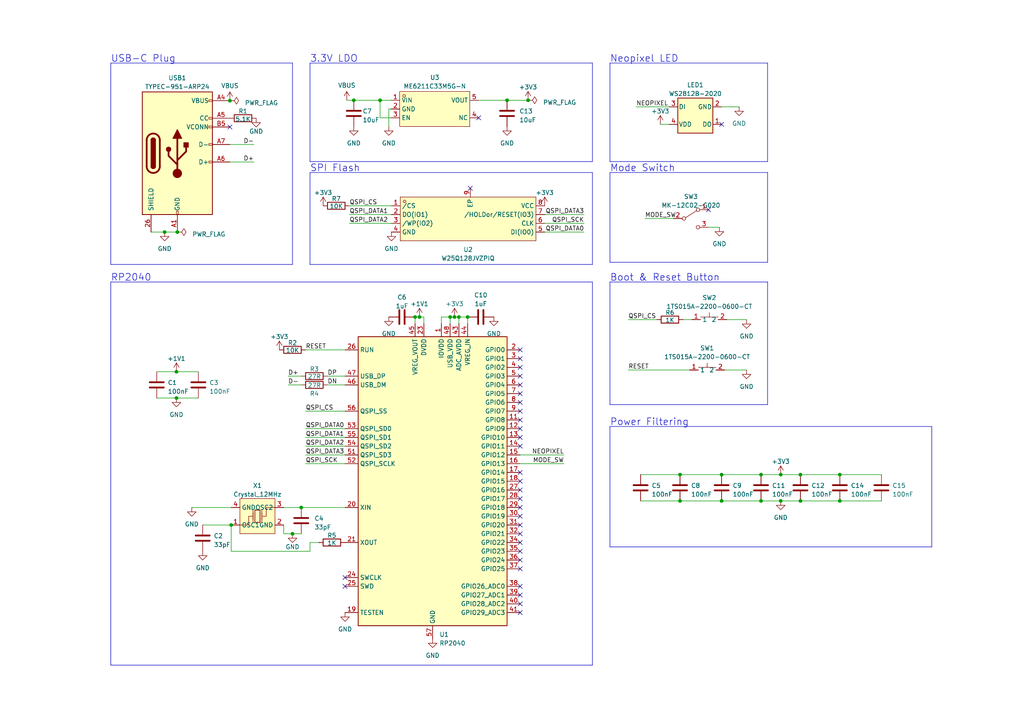
<source format=kicad_sch>
(kicad_sch (version 20230121) (generator eeschema)
  (paper "A4")
  (title_block (title "USB Nova RP2040") (date "2023-03-15") (rev "1") (company "Spacehuhn Technologies") (comment 1 "Designed with <3 by Stefan"))
  (lib_symbols
    (symbol "Device:C" (pin_numbers hide) (pin_names (offset 0.254))
      (property "Reference" "C" (at 0.635 2.54 0))
      (property "Value" "C" (at 0.635 -2.54 0))
      (symbol "C_0_1"
        (polyline (pts (xy -2.032 -0.762) (xy 2.032 -0.762)) (stroke (width 0.508)))
        (polyline (pts (xy -2.032 0.762) (xy 2.032 0.762)) (stroke (width 0.508)))
      )
      (symbol "C_1_1"
        (pin passive line (at 0 3.81 270) (length 2.794) (name "~") (number "1"))
        (pin passive line (at 0 -3.81 90) (length 2.794) (name "~") (number "2"))
      )
    )
    (symbol "Device:R" (pin_numbers hide) (pin_names (offset 0))
      (property "Reference" "R" (at 2.032 0 90))
      (property "Value" "R" (at 0 0 90))
      (symbol "R_0_1"
        (rectangle (start -1.016 -2.54) (end 1.016 2.54) (stroke (width 0.254)))
      )
      (symbol "R_1_1"
        (pin passive line (at 0 3.81 270) (length 1.27) (name "~") (number "1"))
        (pin passive line (at 0 -3.81 90) (length 1.27) (name "~") (number "2"))
      )
    )
    (symbol "_mykicadlib:Crystal_12MHz"
      (property "Reference" "X1" (at 0 8.89 0))
      (property "Value" "Crystal_12MHz" (at 0 6.35 0))
      (symbol "Crystal_12MHz_0_1"
        (rectangle (start -5.08 5.08) (end 5.08 -5.08) (fill (type background)))
        (polyline (pts (xy -1.27 -1.78) (xy -1.27 1.78)))
        (polyline (pts (xy -1.27 -1.02) (xy -1.27 1.02)))
        (polyline (pts (xy 0.76 -1.78) (xy -0.76 -1.78)))
        (polyline (pts (xy 1.27 -1.78) (xy 1.27 1.78)))
        (polyline (pts (xy 1.27 -1.02) (xy 1.27 1.02)))
        (polyline (pts (xy -5.08 -2.54) (xy -2.54 -2.54) (xy -2.54 0) (xy -1.52 0)))
        (polyline (pts (xy -0.76 -1.78) (xy -0.76 1.78) (xy 0.76 1.78) (xy 0.76 -1.78)))
        (polyline (pts (xy 5.08 2.54) (xy 2.54 2.54) (xy 2.54 0) (xy 1.52 0)))
        (polyline (pts (xy 0.76 1.78) (xy 0.76 -1.78) (xy -0.76 -1.78) (xy -0.76 1.78) (xy 0.76 1.78)) (fill (type background)))
        (pin unspecified line (at -7.62 -2.54 0) (length 2.54) (name "OSC1") (number "1"))
        (pin unspecified line (at 7.62 -2.54 180) (length 2.54) (name "GND") (number "2"))
        (pin unspecified line (at 7.62 2.54 180) (length 2.54) (name "OSC2") (number "3"))
        (pin unspecified line (at -7.62 2.54 0) (length 2.54) (name "GND") (number "4"))
      )
    )
    (symbol "_mykicadlib:ME6211C33M5G-N"
      (property "Reference" "U" (at 0 7.62 0))
      (property "Value" "ME6211C33M5G-N" (at 0 -7.62 0))
      (symbol "ME6211C33M5G-N_0_1"
        (rectangle (start -10.16 5.08) (end 10.16 -5.08) (fill (type background)))
        (circle (center -8.89 3.81) (radius 0.38))
        (pin unspecified line (at -12.7 2.54 0) (length 2.54) (name "VIN") (number "1"))
        (pin unspecified line (at -12.7 0 0) (length 2.54) (name "GND") (number "2"))
        (pin unspecified line (at -12.7 -2.54 0) (length 2.54) (name "EN") (number "3"))
        (pin unspecified line (at 12.7 -2.54 180) (length 2.54) (name "NC") (number "4"))
        (pin unspecified line (at 12.7 2.54 180) (length 2.54) (name "VOUT") (number "5"))
      )
    )
    (symbol "_mykicadlib:RP2040"
      (property "Reference" "U1" (at 1.9559 -44.704 0))
      (property "Value" "RP2040" (at 1.9559 -47.244 0))
      (symbol "RP2040_0_1"
        (rectangle (start -21.59 41.91) (end 21.59 -41.91) (stroke (width 0.254)) (fill (type background)))
      )
      (symbol "RP2040_1_1"
        (pin power_in line (at 2.54 45.72 270) (length 3.81) (name "IOVDD") (number "1"))
        (pin passive line (at 2.54 45.72 270) (length 3.81) hide (name "IOVDD") (number "10"))
        (pin bidirectional line (at 25.4 17.78 180) (length 3.81) (name "GPIO8") (number "11"))
        (pin bidirectional line (at 25.4 15.24 180) (length 3.81) (name "GPIO9") (number "12"))
        (pin bidirectional line (at 25.4 12.7 180) (length 3.81) (name "GPIO10") (number "13"))
        (pin bidirectional line (at 25.4 10.16 180) (length 3.81) (name "GPIO11") (number "14"))
        (pin bidirectional line (at 25.4 7.62 180) (length 3.81) (name "GPIO12") (number "15"))
        (pin bidirectional line (at 25.4 5.08 180) (length 3.81) (name "GPIO13") (number "16"))
        (pin bidirectional line (at 25.4 2.54 180) (length 3.81) (name "GPIO14") (number "17"))
        (pin bidirectional line (at 25.4 0 180) (length 3.81) (name "GPIO15") (number "18"))
        (pin input line (at -25.4 -38.1 0) (length 3.81) (name "TESTEN") (number "19"))
        (pin bidirectional line (at 25.4 38.1 180) (length 3.81) (name "GPIO0") (number "2"))
        (pin input line (at -25.4 -7.62 0) (length 3.81) (name "XIN") (number "20"))
        (pin passive line (at -25.4 -17.78 0) (length 3.81) (name "XOUT") (number "21"))
        (pin passive line (at 2.54 45.72 270) (length 3.81) hide (name "IOVDD") (number "22"))
        (pin power_in line (at -2.54 45.72 270) (length 3.81) (name "DVDD") (number "23"))
        (pin output line (at -25.4 -27.94 0) (length 3.81) (name "SWCLK") (number "24"))
        (pin bidirectional line (at -25.4 -30.48 0) (length 3.81) (name "SWD") (number "25"))
        (pin input line (at -25.4 38.1 0) (length 3.81) (name "RUN") (number "26"))
        (pin bidirectional line (at 25.4 -2.54 180) (length 3.81) (name "GPIO16") (number "27"))
        (pin bidirectional line (at 25.4 -5.08 180) (length 3.81) (name "GPIO17") (number "28"))
        (pin bidirectional line (at 25.4 -7.62 180) (length 3.81) (name "GPIO18") (number "29"))
        (pin bidirectional line (at 25.4 35.56 180) (length 3.81) (name "GPIO1") (number "3"))
        (pin bidirectional line (at 25.4 -10.16 180) (length 3.81) (name "GPIO19") (number "30"))
        (pin bidirectional line (at 25.4 -12.7 180) (length 3.81) (name "GPIO20") (number "31"))
        (pin bidirectional line (at 25.4 -15.24 180) (length 3.81) (name "GPIO21") (number "32"))
        (pin passive line (at 2.54 45.72 270) (length 3.81) hide (name "IOVDD") (number "33"))
        (pin bidirectional line (at 25.4 -17.78 180) (length 3.81) (name "GPIO22") (number "34"))
        (pin bidirectional line (at 25.4 -20.32 180) (length 3.81) (name "GPIO23") (number "35"))
        (pin bidirectional line (at 25.4 -22.86 180) (length 3.81) (name "GPIO24") (number "36"))
        (pin bidirectional line (at 25.4 -25.4 180) (length 3.81) (name "GPIO25") (number "37"))
        (pin bidirectional line (at 25.4 -30.48 180) (length 3.81) (name "GPIO26_ADC0") (number "38"))
        (pin bidirectional line (at 25.4 -33.02 180) (length 3.81) (name "GPIO27_ADC1") (number "39"))
        (pin bidirectional line (at 25.4 33.02 180) (length 3.81) (name "GPIO2") (number "4"))
        (pin bidirectional line (at 25.4 -35.56 180) (length 3.81) (name "GPIO28_ADC2") (number "40"))
        (pin bidirectional line (at 25.4 -38.1 180) (length 3.81) (name "GPIO29_ADC3") (number "41"))
        (pin passive line (at 2.54 45.72 270) (length 3.81) hide (name "IOVDD") (number "42"))
        (pin power_in line (at 7.62 45.72 270) (length 3.81) (name "ADC_AVDD") (number "43"))
        (pin power_in line (at 10.16 45.72 270) (length 3.81) (name "VREG_IN") (number "44"))
        (pin power_out line (at -5.08 45.72 270) (length 3.81) (name "VREG_VOUT") (number "45"))
        (pin bidirectional line (at -25.4 27.94 0) (length 3.81) (name "USB_DM") (number "46"))
        (pin bidirectional line (at -25.4 30.48 0) (length 3.81) (name "USB_DP") (number "47"))
        (pin power_in line (at 5.08 45.72 270) (length 3.81) (name "USB_VDD") (number "48"))
        (pin passive line (at 2.54 45.72 270) (length 3.81) hide (name "IOVDD") (number "49"))
        (pin bidirectional line (at 25.4 30.48 180) (length 3.81) (name "GPIO3") (number "5"))
        (pin passive line (at -2.54 45.72 270) (length 3.81) hide (name "DVDD") (number "50"))
        (pin bidirectional line (at -25.4 7.62 0) (length 3.81) (name "QSPI_SD3") (number "51"))
        (pin output line (at -25.4 5.08 0) (length 3.81) (name "QSPI_SCLK") (number "52"))
        (pin bidirectional line (at -25.4 15.24 0) (length 3.81) (name "QSPI_SD0") (number "53"))
        (pin bidirectional line (at -25.4 10.16 0) (length 3.81) (name "QSPI_SD2") (number "54"))
        (pin bidirectional line (at -25.4 12.7 0) (length 3.81) (name "QSPI_SD1") (number "55"))
        (pin bidirectional line (at -25.4 20.32 0) (length 3.81) (name "QSPI_SS") (number "56"))
        (pin power_in line (at 0 -45.72 90) (length 3.81) (name "GND") (number "57"))
        (pin bidirectional line (at 25.4 27.94 180) (length 3.81) (name "GPIO4") (number "6"))
        (pin bidirectional line (at 25.4 25.4 180) (length 3.81) (name "GPIO5") (number "7"))
        (pin bidirectional line (at 25.4 22.86 180) (length 3.81) (name "GPIO6") (number "8"))
        (pin bidirectional line (at 25.4 20.32 180) (length 3.81) (name "GPIO7") (number "9"))
      )
    )
    (symbol "_mykicadlib:SW_1TS015A-2200-0600-CT"
      (property "Reference" "SW1" (at 0 5.6048 0))
      (property "Value" "1TS015A-2200-0600-CT" (at 0 3.0679 0))
      (symbol "SW_1TS015A-2200-0600-CT_0_1"
        (polyline (pts (xy -5.08 0) (xy -3.048 0)))
        (polyline (pts (xy 0 2.032) (xy 0 0.762)))
        (polyline (pts (xy 2.54 0.762) (xy -2.54 0.762)))
        (polyline (pts (xy 5.08 0) (xy 2.794 0)))
        (pin unspecified line (at -5.08 0 0) (length 2.54) (name "1") (number "1"))
        (pin unspecified line (at 5.08 0 180) (length 2.54) (name "2") (number "2"))
      )
    )
    (symbol "_mykicadlib:SW_MK-12C02-G020" (pin_names (offset 0) hide)
      (property "Reference" "SW2" (at 0 7.239 0))
      (property "Value" "MK-12C02-G020" (at 0 4.9276 0))
      (symbol "SW_MK-12C02-G020_0_0"
        (circle (center -2.032 0) (radius 0.508))
        (circle (center 2.032 -2.54) (radius 0.508))
      )
      (symbol "SW_MK-12C02-G020_0_1"
        (polyline (pts (xy -1.524 0.254) (xy 1.651 2.286)))
        (circle (center 2.032 2.54) (radius 0.508))
      )
      (symbol "SW_MK-12C02-G020_1_1"
        (pin passive line (at 5.08 2.54 180) (length 2.54) (name "A") (number "1"))
        (pin passive line (at -5.08 0 0) (length 2.54) (name "B") (number "2"))
        (pin passive line (at 5.08 -2.54 180) (length 2.54) (name "C") (number "3"))
      )
    )
    (symbol "_mykicadlib:USB_C_Plug_USB2.0" (pin_names (offset 1.016))
      (property "Reference" "USB1" (at 3.2894 21.59 0))
      (property "Value" "TYPEC-951-ARP24" (at 3.2894 19.05 0))
      (symbol "USB_C_Plug_USB2.0_0_0"
        (rectangle (start -0.254 -17.78) (end 0.254 -16.764))
        (rectangle (start 10.16 -2.286) (end 9.144 -2.794))
        (rectangle (start 10.16 2.794) (end 9.144 2.286))
        (rectangle (start 10.16 7.874) (end 9.144 7.366))
        (rectangle (start 10.16 10.414) (end 9.144 9.906))
        (rectangle (start 10.16 15.494) (end 9.144 14.986))
      )
      (symbol "USB_C_Plug_USB2.0_0_1"
        (rectangle (start -10.16 17.78) (end 10.16 -17.78) (stroke (width 0.254)) (fill (type background)))
        (arc (start -8.89 -3.81) (mid -6.985 -5.7067) (end -5.08 -3.81) (stroke (width 0.508)))
        (arc (start -7.62 -3.81) (mid -6.985 -4.4423) (end -6.35 -3.81) (stroke (width 0.254)))
        (arc (start -7.62 -3.81) (mid -6.985 -4.4423) (end -6.35 -3.81) (stroke (width 0.254)) (fill (type outline)))
        (rectangle (start -7.62 -3.81) (end -6.35 3.81) (stroke (width 0.254)) (fill (type outline)))
        (arc (start -6.35 3.81) (mid -6.985 4.4423) (end -7.62 3.81) (stroke (width 0.254)))
        (arc (start -6.35 3.81) (mid -6.985 4.4423) (end -7.62 3.81) (stroke (width 0.254)) (fill (type outline)))
        (arc (start -5.08 3.81) (mid -6.985 5.7067) (end -8.89 3.81) (stroke (width 0.508)))
        (circle (center -2.54 1.143) (radius 0.635) (stroke (width 0.254)) (fill (type outline)))
        (circle (center 0 -5.842) (radius 1.27) (fill (type outline)))
        (polyline (pts (xy -8.89 -3.81) (xy -8.89 3.81)) (stroke (width 0.508)))
        (polyline (pts (xy -5.08 3.81) (xy -5.08 -3.81)) (stroke (width 0.508)))
        (polyline (pts (xy 0 -5.842) (xy 0 4.318)) (stroke (width 0.508)))
        (polyline (pts (xy 0 -3.302) (xy -2.54 -0.762) (xy -2.54 0.508)) (stroke (width 0.508)))
        (polyline (pts (xy 0 -2.032) (xy 2.54 0.508) (xy 2.54 1.778)) (stroke (width 0.508)))
        (polyline (pts (xy -1.27 4.318) (xy 0 6.858) (xy 1.27 4.318) (xy -1.27 4.318)) (stroke (width 0.254)) (fill (type outline)))
        (rectangle (start 1.905 1.778) (end 3.175 3.048) (stroke (width 0.254)) (fill (type outline)))
      )
      (symbol "USB_C_Plug_USB2.0_1_1"
        (pin passive line (at -7.62 -22.86 90) (length 5.08) hide (name "SHIELD") (number "25"))
        (pin passive line (at -7.62 -22.86 90) (length 5.08) (name "SHIELD") (number "26"))
        (pin passive line (at 0 -22.86 90) (length 5.08) (name "GND") (number "A1"))
        (pin passive line (at 0 -22.86 90) (length 5.08) hide (name "GND") (number "A12"))
        (pin passive line (at 15.24 15.24 180) (length 5.08) (name "VBUS") (number "A4"))
        (pin bidirectional line (at 15.24 10.16 180) (length 5.08) (name "CC") (number "A5"))
        (pin bidirectional line (at 15.24 -2.54 180) (length 5.08) (name "D+") (number "A6"))
        (pin bidirectional line (at 15.24 2.54 180) (length 5.08) (name "D-") (number "A7"))
        (pin passive line (at 15.24 15.24 180) (length 5.08) hide (name "VBUS") (number "A9"))
        (pin passive line (at 0 -22.86 90) (length 5.08) hide (name "GND") (number "B1"))
        (pin passive line (at 0 -22.86 90) (length 5.08) hide (name "GND") (number "B12"))
        (pin passive line (at 15.24 15.24 180) (length 5.08) hide (name "VBUS") (number "B4"))
        (pin bidirectional line (at 15.24 7.62 180) (length 5.08) (name "VCONN") (number "B5"))
        (pin passive line (at 15.24 15.24 180) (length 5.08) hide (name "VBUS") (number "B9"))
      )
    )
    (symbol "_mykicadlib:W25Q128JVZPIQ"
      (property "Reference" "U2" (at -0.635 -8.382 0))
      (property "Value" "W25Q128JVZPIQ" (at -0.635 -10.922 0))
      (symbol "W25Q128JVZPIQ_0_1"
        (rectangle (start -20.32 6.35) (end 19.05 -6.35) (fill (type background)))
        (circle (center -19.05 5.08) (radius 0.38))
        (pin unspecified line (at -22.86 3.81 0) (length 2.54) (name "/CS") (number "1"))
        (pin unspecified line (at -22.86 1.27 0) (length 2.54) (name "DO(IO1)") (number "2"))
        (pin unspecified line (at -22.86 -1.27 0) (length 2.54) (name "/WP(IO2)") (number "3"))
        (pin unspecified line (at -22.86 -3.81 0) (length 2.54) (name "GND") (number "4"))
        (pin unspecified line (at 21.59 -3.81 180) (length 2.54) (name "DI(IO0)") (number "5"))
        (pin unspecified line (at 21.59 -1.27 180) (length 2.54) (name "CLK") (number "6"))
        (pin unspecified line (at 21.59 1.27 180) (length 2.54) (name "/HOLDor/RESET(IO3)") (number "7"))
        (pin unspecified line (at 21.59 3.81 180) (length 2.54) (name "VCC") (number "8"))
        (pin unspecified line (at 0 8.89 270) (length 2.54) (name "EP") (number "9"))
      )
    )
    (symbol "_mykicadlib:WS2812B-2020" (pin_names (offset 0.254))
      (property "Reference" "LED1" (at 0 8.89 0))
      (property "Value" "WS2812B-2020" (at 0 6.35 0))
      (symbol "WS2812B-2020_0_1"
        (rectangle (start 5.08 5.08) (end -5.08 -5.08) (stroke (width 0.254)) (fill (type background)))
      )
      (symbol "WS2812B-2020_1_1"
        (pin output line (at 7.62 -2.54 180) (length 2.54) (name "DO") (number "1"))
        (pin power_in line (at 7.62 2.54 180) (length 2.54) (name "GND") (number "2"))
        (pin input line (at -7.62 2.54 0) (length 2.54) (name "DI") (number "3"))
        (pin power_in line (at -7.62 -2.54 0) (length 2.54) (name "VDD") (number "4"))
      )
    )
    (symbol "power:+1V1" (power) (pin_names (offset 0))
      (property "Value" "+1V1" (at 0 3.556 0))
      (symbol "+1V1_0_1"
        (polyline (pts (xy -0.762 1.27) (xy 0 2.54)))
        (polyline (pts (xy 0 0) (xy 0 2.54)))
        (polyline (pts (xy 0 2.54) (xy 0.762 1.27)))
      )
      (symbol "+1V1_1_1"
        (pin power_in line (at 0 0 90) (length 0) hide (name "+1V1") (number "1"))
      )
    )
    (symbol "power:+3V3" (power) (pin_names (offset 0))
      (property "Value" "+3V3" (at 0 3.556 0))
      (symbol "+3V3_0_1"
        (polyline (pts (xy -0.762 1.27) (xy 0 2.54)))
        (polyline (pts (xy 0 0) (xy 0 2.54)))
        (polyline (pts (xy 0 2.54) (xy 0.762 1.27)))
      )
      (symbol "+3V3_1_1"
        (pin power_in line (at 0 0 90) (length 0) hide (name "+3V3") (number "1"))
      )
    )
    (symbol "power:GND" (power) (pin_names (offset 0))
      (property "Value" "GND" (at 0 -3.81 0))
      (symbol "GND_0_1"
        (polyline (pts (xy 0 0) (xy 0 -1.27) (xy 1.27 -1.27) (xy 0 -2.54) (xy -1.27 -1.27) (xy 0 -1.27)))
      )
      (symbol "GND_1_1"
        (pin power_in line (at 0 0 270) (length 0) hide (name "GND") (number "1"))
      )
    )
    (symbol "power:PWR_FLAG" (power) (pin_numbers hide) (pin_names (offset 0) hide)
      (property "Value" "PWR_FLAG" (at 0 3.81 0))
      (symbol "PWR_FLAG_0_0"
        (pin power_out line (at 0 0 90) (length 0) (name "pwr") (number "1"))
      )
      (symbol "PWR_FLAG_0_1"
        (polyline (pts (xy 0 0) (xy 0 1.27) (xy -1.016 1.905) (xy 0 2.54) (xy 1.016 1.905) (xy 0 1.27)))
      )
    )
    (symbol "power:VBUS" (power) (pin_names (offset 0))
      (property "Value" "VBUS" (at 0 3.81 0))
      (symbol "VBUS_0_1"
        (polyline (pts (xy -0.762 1.27) (xy 0 2.54)))
        (polyline (pts (xy 0 0) (xy 0 2.54)))
        (polyline (pts (xy 0 2.54) (xy 0.762 1.27)))
      )
      (symbol "VBUS_1_1"
        (pin power_in line (at 0 0 90) (length 0) hide (name "VBUS") (number "1"))
      )
    )
  )
  (junction (at 67.056 152.273))
  (junction (at 120.396 91.948))
  (junction (at 84.836 154.813))
  (junction (at 197.231 137.668))
  (junction (at 226.441 137.668))
  (junction (at 135.636 91.948))
  (junction (at 197.231 145.288))
  (junction (at 209.296 137.668))
  (junction (at 131.826 91.948))
  (junction (at 220.726 145.288))
  (junction (at 133.096 91.948))
  (junction (at 147.066 29.083))
  (junction (at 87.376 147.193))
  (junction (at 130.556 91.948))
  (junction (at 243.586 137.668))
  (junction (at 232.156 137.668))
  (junction (at 47.752 67.31))
  (junction (at 110.236 29.083))
  (junction (at 232.156 145.288))
  (junction (at 226.441 145.288))
  (junction (at 51.435 67.31))
  (junction (at 51.181 115.443))
  (junction (at 153.162 29.083))
  (junction (at 66.675 29.21))
  (junction (at 51.181 107.823))
  (junction (at 220.726 137.668))
  (junction (at 243.586 145.288))
  (junction (at 121.666 91.948))
  (junction (at 209.296 145.288))
  (junction (at 102.616 29.083))
  (no_connect (at 150.876 159.893))
  (no_connect (at 150.876 129.413))
  (no_connect (at 150.876 157.353))
  (no_connect (at 150.876 164.973))
  (no_connect (at 150.876 101.473))
  (no_connect (at 150.876 152.273))
  (no_connect (at 150.876 114.173))
  (no_connect (at 150.876 119.253))
  (no_connect (at 150.876 149.733))
  (no_connect (at 150.876 154.813))
  (no_connect (at 150.876 106.553))
  (no_connect (at 66.675 36.83))
  (no_connect (at 138.811 34.163))
  (no_connect (at 150.876 142.113))
  (no_connect (at 150.876 139.573))
  (no_connect (at 205.486 60.833))
  (no_connect (at 209.296 36.068))
  (no_connect (at 150.876 124.333))
  (no_connect (at 150.876 147.193))
  (no_connect (at 150.876 162.433))
  (no_connect (at 150.876 177.673))
  (no_connect (at 150.876 121.793))
  (no_connect (at 150.876 109.093))
  (no_connect (at 150.876 111.633))
  (no_connect (at 150.876 137.033))
  (no_connect (at 150.876 170.053))
  (no_connect (at 150.876 175.133))
  (no_connect (at 150.876 144.653))
  (no_connect (at 150.876 104.013))
  (no_connect (at 100.076 167.513))
  (no_connect (at 150.876 126.873))
  (no_connect (at 136.398 54.61))
  (no_connect (at 150.876 116.713))
  (no_connect (at 150.876 172.593))
  (no_connect (at 100.076 170.053))
  (wire (pts (xy 157.988 62.23) (xy 169.418 62.23)))
  (wire (pts (xy 133.096 93.853) (xy 133.096 91.948)))
  (wire (pts (xy 131.826 91.948) (xy 130.556 91.948)))
  (wire (pts (xy 187.071 63.373) (xy 195.326 63.373)))
  (polyline (pts (xy 176.911 18.288) (xy 222.631 18.288)))
  (wire (pts (xy 182.245 107.315) (xy 200.025 107.315)))
  (wire (pts (xy 94.996 111.633) (xy 100.076 111.633)))
  (polyline (pts (xy 176.911 123.698) (xy 270.256 123.698)))
  (polyline (pts (xy 222.631 76.073) (xy 222.631 50.038)))
  (wire (pts (xy 83.566 111.633) (xy 87.376 111.633)))
  (polyline (pts (xy 270.256 158.623) (xy 270.256 123.698)))
  (polyline (pts (xy 171.831 50.038) (xy 171.831 76.708)))
  (polyline (pts (xy 171.831 46.863) (xy 171.831 18.288)))
  (wire (pts (xy 51.181 107.823) (xy 57.531 107.823)))
  (polyline (pts (xy 32.131 18.288) (xy 32.131 76.708)))
  (polyline (pts (xy 176.911 76.073) (xy 222.631 76.073)))
  (polyline (pts (xy 176.911 81.788) (xy 176.911 117.348)))
  (wire (pts (xy 67.056 159.893) (xy 67.056 152.273)))
  (wire (pts (xy 147.066 29.083) (xy 153.162 29.083)))
  (polyline (pts (xy 176.911 50.038) (xy 176.911 76.073)))
  (wire (pts (xy 101.346 59.69) (xy 113.538 59.69)))
  (wire (pts (xy 209.296 137.668) (xy 220.726 137.668)))
  (wire (pts (xy 150.876 131.953) (xy 163.576 131.953)))
  (wire (pts (xy 210.185 107.315) (xy 216.535 107.315)))
  (wire (pts (xy 121.666 91.948) (xy 122.936 91.948)))
  (wire (pts (xy 197.231 137.668) (xy 209.296 137.668)))
  (wire (pts (xy 87.376 147.193) (xy 100.076 147.193)))
  (wire (pts (xy 157.988 64.77) (xy 169.418 64.77)))
  (wire (pts (xy 226.441 145.288) (xy 232.156 145.288)))
  (wire (pts (xy 87.376 154.813) (xy 84.836 154.813)))
  (wire (pts (xy 130.556 91.948) (xy 128.016 91.948)))
  (wire (pts (xy 122.936 93.853) (xy 122.936 91.948)))
  (polyline (pts (xy 89.916 50.038) (xy 89.916 76.708)))
  (polyline (pts (xy 176.911 18.288) (xy 176.911 46.863)))
  (wire (pts (xy 88.646 124.333) (xy 100.076 124.333)))
  (wire (pts (xy 88.646 101.473) (xy 100.076 101.473)))
  (wire (pts (xy 232.156 137.668) (xy 243.586 137.668)))
  (wire (pts (xy 89.916 159.893) (xy 67.056 159.893)))
  (wire (pts (xy 55.626 147.193) (xy 67.056 147.193)))
  (polyline (pts (xy 32.131 192.913) (xy 171.831 192.913)))
  (wire (pts (xy 157.988 67.31) (xy 169.418 67.31)))
  (wire (pts (xy 43.815 67.31) (xy 47.752 67.31)))
  (wire (pts (xy 66.675 41.91) (xy 73.66 41.91)))
  (wire (pts (xy 110.236 29.083) (xy 113.411 29.083)))
  (wire (pts (xy 197.231 145.288) (xy 209.296 145.288)))
  (polyline (pts (xy 32.131 18.288) (xy 84.836 18.288)))
  (wire (pts (xy 45.466 107.823) (xy 51.181 107.823)))
  (wire (pts (xy 130.556 91.948) (xy 130.556 93.853)))
  (polyline (pts (xy 89.916 18.288) (xy 171.831 18.288)))
  (wire (pts (xy 243.586 137.668) (xy 255.651 137.668)))
  (polyline (pts (xy 176.911 50.038) (xy 222.631 50.038)))
  (wire (pts (xy 58.801 152.273) (xy 67.056 152.273)))
  (wire (pts (xy 47.752 67.31) (xy 51.435 67.31)))
  (wire (pts (xy 102.616 29.083) (xy 110.236 29.083)))
  (wire (pts (xy 133.096 91.948) (xy 135.636 91.948)))
  (wire (pts (xy 120.396 93.853) (xy 120.396 91.948)))
  (wire (pts (xy 89.916 157.353) (xy 89.916 159.893)))
  (wire (pts (xy 45.466 115.443) (xy 51.181 115.443)))
  (wire (pts (xy 88.646 119.253) (xy 100.076 119.253)))
  (wire (pts (xy 191.516 36.068) (xy 194.056 36.068)))
  (polyline (pts (xy 176.911 81.788) (xy 222.631 81.788)))
  (wire (pts (xy 113.411 31.623) (xy 112.776 31.623)))
  (polyline (pts (xy 171.831 76.708) (xy 89.916 76.708)))
  (wire (pts (xy 82.296 154.813) (xy 82.296 152.273)))
  (wire (pts (xy 198.12 92.71) (xy 200.66 92.71)))
  (wire (pts (xy 100.584 29.083) (xy 102.616 29.083)))
  (wire (pts (xy 226.441 137.668) (xy 232.156 137.668)))
  (wire (pts (xy 184.531 30.988) (xy 194.056 30.988)))
  (polyline (pts (xy 171.831 81.788) (xy 32.131 81.788)))
  (polyline (pts (xy 176.911 158.623) (xy 270.256 158.623)))
  (wire (pts (xy 150.876 134.493) (xy 163.576 134.493)))
  (wire (pts (xy 94.996 109.093) (xy 100.076 109.093)))
  (wire (pts (xy 113.411 34.163) (xy 110.236 34.163)))
  (wire (pts (xy 112.776 31.623) (xy 112.776 36.703)))
  (polyline (pts (xy 176.911 123.698) (xy 176.911 158.623)))
  (wire (pts (xy 101.346 62.23) (xy 113.538 62.23)))
  (polyline (pts (xy 176.911 46.863) (xy 222.631 46.863)))
  (polyline (pts (xy 176.911 117.348) (xy 222.631 117.348)))
  (wire (pts (xy 133.096 91.948) (xy 131.826 91.948)))
  (wire (pts (xy 82.296 147.193) (xy 87.376 147.193)))
  (wire (pts (xy 88.646 129.413) (xy 100.076 129.413)))
  (polyline (pts (xy 32.131 81.788) (xy 32.131 192.913)))
  (polyline (pts (xy 89.916 46.863) (xy 171.831 46.863)))
  (wire (pts (xy 110.236 34.163) (xy 110.236 29.083)))
  (wire (pts (xy 66.675 46.99) (xy 73.66 46.99)))
  (wire (pts (xy 185.801 137.668) (xy 197.231 137.668)))
  (wire (pts (xy 92.456 157.353) (xy 89.916 157.353)))
  (polyline (pts (xy 89.916 50.038) (xy 171.831 50.038)))
  (wire (pts (xy 182.245 92.71) (xy 190.5 92.71)))
  (wire (pts (xy 205.486 65.913) (xy 208.661 65.913)))
  (polyline (pts (xy 89.916 18.288) (xy 89.916 46.863)))
  (wire (pts (xy 84.836 154.813) (xy 82.296 154.813)))
  (polyline (pts (xy 171.831 81.788) (xy 171.831 192.913)))
  (wire (pts (xy 128.016 91.948) (xy 128.016 93.853)))
  (wire (pts (xy 135.636 93.853) (xy 135.636 91.948)))
  (wire (pts (xy 210.82 92.71) (xy 216.535 92.71)))
  (polyline (pts (xy 84.836 76.708) (xy 84.836 18.288)))
  (wire (pts (xy 209.296 145.288) (xy 220.726 145.288)))
  (wire (pts (xy 120.396 91.948) (xy 121.666 91.948)))
  (wire (pts (xy 88.646 126.873) (xy 100.076 126.873)))
  (polyline (pts (xy 222.631 46.863) (xy 222.631 18.288)))
  (wire (pts (xy 83.566 109.093) (xy 87.376 109.093)))
  (polyline (pts (xy 222.631 117.348) (xy 222.631 81.788)))
  (wire (pts (xy 220.726 145.288) (xy 226.441 145.288)))
  (wire (pts (xy 185.801 145.288) (xy 197.231 145.288)))
  (wire (pts (xy 220.726 137.668) (xy 226.441 137.668)))
  (wire (pts (xy 232.156 145.288) (xy 243.586 145.288)))
  (wire (pts (xy 51.181 115.443) (xy 57.531 115.443)))
  (wire (pts (xy 88.646 134.493) (xy 100.076 134.493)))
  (wire (pts (xy 138.811 29.083) (xy 147.066 29.083)))
  (wire (pts (xy 209.296 30.988) (xy 214.376 30.988)))
  (polyline (pts (xy 32.131 76.708) (xy 84.836 76.708)))
  (wire (pts (xy 101.346 64.77) (xy 113.538 64.77)))
  (wire (pts (xy 243.586 145.288) (xy 255.651 145.288)))
  (wire (pts (xy 88.646 131.953) (xy 100.076 131.953)))
  (text "USB-C Plug" (at 32.131 18.288 0) (effects (font (size 2 2)) (justify left bottom)))
  (text "SPI Flash" (at 89.916 50.038 0) (effects (font (size 2 2)) (justify left bottom)))
  (text "Neopixel LED" (at 176.911 18.288 0) (effects (font (size 2 2)) (justify left bottom)))
  (text "Power Filtering" (at 176.911 123.698 0) (effects (font (size 2 2)) (justify left bottom)))
  (text "Mode Switch" (at 176.911 50.038 0) (effects (font (size 2 2)) (justify left bottom)))
  (text "RP2040" (at 32.131 81.788 0) (effects (font (size 2 2)) (justify left bottom)))
  (text "3.3V LDO" (at 89.916 18.288 0) (effects (font (size 2 2)) (justify left bottom)))
  (text "Boot & Reset Button" (at 176.911 81.788 0) (effects (font (size 2 2)) (justify left bottom)))
  (label "QSPI_CS" (at 101.346 59.69 0))
  (label "MODE_SW" (at 187.071 63.373 0))
  (label "MODE_SW" (at 163.576 134.493 180))
  (label "QSPI_DATA0" (at 169.418 67.31 180))
  (label "QSPI_DATA3" (at 88.646 131.953 0))
  (label "D-" (at 83.566 111.633 0))
  (label "RESET" (at 182.245 107.315 0))
  (label "DP" (at 94.996 109.093 0))
  (label "D+" (at 83.566 109.093 0))
  (label "QSPI_SCK" (at 169.418 64.77 180))
  (label "D-" (at 73.66 41.91 180))
  (label "NEOPIXEL" (at 163.576 131.953 180))
  (label "QSPI_SCK" (at 88.646 134.493 0))
  (label "QSPI_DATA1" (at 101.346 62.23 0))
  (label "QSPI_DATA3" (at 169.418 62.23 180))
  (label "RESET" (at 88.646 101.473 0))
  (label "NEOPIXEL" (at 184.531 30.988 0))
  (label "QSPI_DATA1" (at 88.646 126.873 0))
  (label "QSPI_DATA2" (at 101.346 64.77 0))
  (label "DN" (at 94.996 111.633 0))
  (label "QSPI_DATA2" (at 88.646 129.413 0))
  (label "QSPI_CS" (at 182.245 92.71 0))
  (label "QSPI_CS" (at 88.646 119.253 0))
  (label "QSPI_DATA0" (at 88.646 124.333 0))
  (label "D+" (at 73.66 46.99 180))
  (symbol (lib_id "power:+1V1") (at 51.181 107.823 0) (unit 1)
    (property "Reference" "#PWR08" (effects hide))
    (property "Value" "+1V1" (at 51.181 104.013 0))
  )
  (symbol (lib_id "Device:C") (at 209.296 141.478 0) (unit 1)
    (property "Reference" "C9" (at 212.471 140.843 0) (effects (justify left)))
    (property "Value" "100nF" (at 212.471 143.383 0) (effects (justify left)))
    (property "Footprint" "Capacitor_SMD:C_0402_1005Metric" (effects hide))
  )
  (symbol (lib_id "power:GND") (at 113.538 67.31 0) (unit 1)
    (property "Reference" "#PWR033" (effects hide))
    (property "Value" "GND" (at 113.538 72.136 0))
  )
  (symbol (lib_id "power:GND") (at 55.626 147.193 0) (unit 1)
    (property "Reference" "#PWR05" (effects hide))
    (property "Value" "GND" (at 55.626 152.019 0))
  )
  (symbol (lib_id "power:GND") (at 214.376 30.988 0) (unit 1)
    (property "Reference" "#PWR035" (effects hide))
    (property "Value" "GND" (at 214.376 35.814 0))
  )
  (symbol (lib_id "_mykicadlib:SW_1TS015A-2200-0600-CT") (at 205.74 92.71 0) (unit 1)
    (property "Reference" "SW2" (at 205.74 86.36 0))
    (property "Value" "1TS015A-2200-0600-CT" (at 205.74 88.9 0))
    (property "Footprint" "_mykicadlib:SW-SMD_L3.0-W2.0-LS3.5" (effects hide))
    (property "Datasheet" "https://lcsc.com/product-detail/New-Arrivals_HYP-Hongyuan-Precision-1TS015A-2200-0600-CT_C398748.html" (effects hide))
    (property "MPN" "C398748" (effects hide))
  )
  (symbol (lib_id "Device:C") (at 139.446 91.948 90) (unit 1)
    (property "Reference" "C10" (at 139.446 85.598 90))
    (property "Value" "1uF" (at 139.446 88.138 90))
    (property "Footprint" "Capacitor_SMD:C_0603_1608Metric" (effects hide))
  )
  (symbol (lib_id "power:GND") (at 226.441 145.288 0) (unit 1)
    (property "Reference" "#PWR027" (effects hide))
    (property "Value" "GND" (at 226.441 150.114 0))
  )
  (symbol (lib_id "power:+3V3") (at 226.441 137.668 0) (unit 1)
    (property "Reference" "#PWR026" (effects hide))
    (property "Value" "+3V3" (at 226.441 133.858 0))
  )
  (symbol (lib_id "Device:C") (at 243.586 141.478 0) (unit 1)
    (property "Reference" "C14" (at 246.761 140.843 0) (effects (justify left)))
    (property "Value" "100nF" (at 246.761 143.383 0) (effects (justify left)))
    (property "Footprint" "Capacitor_SMD:C_0402_1005Metric" (effects hide))
  )
  (symbol (lib_id "_mykicadlib:SW_1TS015A-2200-0600-CT") (at 205.105 107.315 0) (unit 1)
    (property "Reference" "SW1" (at 205.105 100.965 0))
    (property "Value" "1TS015A-2200-0600-CT" (at 205.105 103.505 0))
    (property "Footprint" "_mykicadlib:SW-SMD_L3.0-W2.0-LS3.5" (effects hide))
    (property "Datasheet" "https://lcsc.com/product-detail/New-Arrivals_HYP-Hongyuan-Precision-1TS015A-2200-0600-CT_C398748.html" (effects hide))
    (property "MPN" "C398748" (effects hide))
  )
  (symbol (lib_id "power:GND") (at 51.181 115.443 0) (unit 1)
    (property "Reference" "#PWR09" (effects hide))
    (property "Value" "GND" (at 51.181 120.269 0))
  )
  (symbol (lib_id "Device:R") (at 91.186 109.093 90) (unit 1)
    (property "Reference" "R3" (at 91.186 107.061 90))
    (property "Value" "27R" (at 91.186 109.22 90))
    (property "Footprint" "Resistor_SMD:R_0402_1005Metric" (effects hide))
    (property "MPN" "C2909343" (effects hide))
  )
  (symbol (lib_id "power:PWR_FLAG") (at 153.162 29.083 270) (unit 1)
    (property "Reference" "#FLG03" (effects hide))
    (property "Value" "PWR_FLAG" (at 157.48 29.718 90) (effects (justify left)))
  )
  (symbol (lib_id "Device:C") (at 58.801 156.083 0) (unit 1)
    (property "Reference" "C2" (at 61.976 155.448 0) (effects (justify left)))
    (property "Value" "33pF" (at 61.976 157.988 0) (effects (justify left)))
    (property "Footprint" "Capacitor_SMD:C_0402_1005Metric" (effects hide))
  )
  (symbol (lib_id "power:GND") (at 58.801 159.893 0) (unit 1)
    (property "Reference" "#PWR07" (effects hide))
    (property "Value" "GND" (at 58.801 164.719 0))
  )
  (symbol (lib_id "Device:C") (at 102.616 32.893 180) (unit 1)
    (property "Reference" "C7" (at 105.156 32.258 0) (effects (justify right)))
    (property "Value" "10uF" (at 105.156 34.798 0) (effects (justify right)))
    (property "Footprint" "Capacitor_SMD:C_0603_1608Metric" (effects hide))
  )
  (symbol (lib_id "Device:C") (at 197.231 141.478 0) (unit 1)
    (property "Reference" "C8" (at 200.406 140.843 0) (effects (justify left)))
    (property "Value" "100nF" (at 200.406 143.383 0) (effects (justify left)))
    (property "Footprint" "Capacitor_SMD:C_0402_1005Metric" (effects hide))
  )
  (symbol (lib_id "Device:R") (at 91.186 111.633 90) (unit 1)
    (property "Reference" "R4" (at 91.186 114.173 90))
    (property "Value" "27R" (at 91.186 111.76 90))
    (property "Footprint" "Resistor_SMD:R_0402_1005Metric" (effects hide))
    (property "MPN" "C2909343" (effects hide))
  )
  (symbol (lib_id "power:GND") (at 147.066 36.703 0) (unit 1)
    (property "Reference" "#PWR028" (effects hide))
    (property "Value" "GND" (at 147.066 41.529 0))
  )
  (symbol (lib_id "_mykicadlib:W25Q128JVZPIQ") (at 136.398 63.5 0) (unit 1)
    (property "Reference" "U2" (at 135.763 72.39 0))
    (property "Value" "W25Q128JVZPIQ" (at 135.763 74.93 0))
    (property "Footprint" "_mykicadlib:WSON-8_L6.0-W5.0-P1.27-BL-EP" (effects hide))
    (property "Datasheet" "https://lcsc.com/product-detail/FLASH_Winbond-Elec-W25Q32JVZPIQ_C571260.html" (effects hide))
    (property "MPN" "C190862" (effects hide))
  )
  (symbol (lib_id "power:+1V1") (at 121.666 91.948 0) (unit 1)
    (property "Reference" "#PWR020" (effects hide))
    (property "Value" "+1V1" (at 121.666 88.138 0))
  )
  (symbol (lib_id "Device:C") (at 147.066 32.893 0) (unit 1)
    (property "Reference" "C13" (at 150.622 32.258 0) (effects (justify left)))
    (property "Value" "10uF" (at 150.622 34.798 0) (effects (justify left)))
    (property "Footprint" "Capacitor_SMD:C_0603_1608Metric" (effects hide))
  )
  (symbol (lib_id "Device:C") (at 232.156 141.478 0) (unit 1)
    (property "Reference" "C12" (at 235.331 140.843 0) (effects (justify left)))
    (property "Value" "100nF" (at 235.331 143.383 0) (effects (justify left)))
    (property "Footprint" "Capacitor_SMD:C_0402_1005Metric" (effects hide))
  )
  (symbol (lib_id "power:GND") (at 84.836 154.813 0) (unit 1)
    (property "Reference" "#PWR013" (effects hide))
    (property "Value" "GND" (at 84.836 158.623 0))
  )
  (symbol (lib_id "power:GND") (at 216.535 107.315 0) (unit 1)
    (property "Reference" "#PWR030" (effects hide))
    (property "Value" "GND" (at 216.535 112.141 0))
  )
  (symbol (lib_id "_mykicadlib:SW_MK-12C02-G020") (at 200.406 63.373 0) (unit 1)
    (property "Reference" "SW3" (at 200.406 57.023 0))
    (property "Value" "MK-12C02-G020" (at 200.406 59.563 0))
    (property "Footprint" "_mykicadlib:SW_MK-12C02-G020" (effects hide))
    (property "MPN" "C963206" (effects hide))
  )
  (symbol (lib_id "power:GND") (at 74.295 34.29 0) (unit 1)
    (property "Reference" "#PWR01" (effects hide))
    (property "Value" "GND" (at 74.295 38.1 0))
  )
  (symbol (lib_id "Device:R") (at 96.266 157.353 90) (unit 1)
    (property "Reference" "R5" (at 96.266 155.321 90))
    (property "Value" "1K" (at 96.266 157.48 90))
    (property "Footprint" "Resistor_SMD:R_0402_1005Metric" (effects hide))
  )
  (symbol (lib_id "power:GND") (at 143.256 91.948 0) (unit 1)
    (property "Reference" "#PWR025" (effects hide))
    (property "Value" "GND" (at 143.256 96.774 0))
  )
  (symbol (lib_id "power:VBUS") (at 100.584 29.083 0) (unit 1)
    (property "Reference" "#PWR019" (effects hide))
    (property "Value" "VBUS" (at 100.584 24.765 0))
  )
  (symbol (lib_id "power:GND") (at 102.616 36.703 0) (unit 1)
    (property "Reference" "#PWR021" (effects hide))
    (property "Value" "GND" (at 102.616 41.529 0))
  )
  (symbol (lib_id "_mykicadlib:USB_C_Plug_USB2.0") (at 51.435 44.45 0) (unit 1)
    (property "Reference" "USB1" (at 51.435 22.606 0))
    (property "Value" "TYPEC-951-ARP24" (at 51.435 25.146 0))
    (property "Footprint" "_mykicadlib:USB-C-SMD_TYPEC-951-ARP24" (effects hide))
    (property "Datasheet" "https://datasheet.lcsc.com/lcsc/2108150030_XUNPU-TYPEC-951-ARP24_C2856663.pdf" (effects hide))
    (property "MPN" "C2856663" (effects hide))
    (property "alternative" "C530607" (effects hide))
  )
  (symbol (lib_id "Device:C") (at 185.801 141.478 0) (unit 1)
    (property "Reference" "C5" (at 188.976 140.843 0) (effects (justify left)))
    (property "Value" "100nF" (at 188.976 143.383 0) (effects (justify left)))
    (property "Footprint" "Capacitor_SMD:C_0402_1005Metric" (effects hide))
  )
  (symbol (lib_id "power:VBUS") (at 66.675 29.21 0) (unit 1)
    (property "Reference" "#PWR03" (effects hide))
    (property "Value" "VBUS" (at 66.675 24.892 0))
  )
  (symbol (lib_id "power:GND") (at 100.076 177.673 0) (unit 1)
    (property "Reference" "#PWR017" (effects hide))
    (property "Value" "GND" (at 100.076 182.499 0))
  )
  (symbol (lib_id "Device:R") (at 97.536 59.69 90) (unit 1)
    (property "Reference" "R7" (at 97.536 57.658 90))
    (property "Value" "10K" (at 97.536 59.817 90))
    (property "Footprint" "Resistor_SMD:R_0402_1005Metric" (effects hide))
  )
  (symbol (lib_id "_mykicadlib:WS2812B-2020") (at 201.676 33.528 0) (unit 1)
    (property "Reference" "LED1" (at 201.676 24.638 0))
    (property "Value" "WS2812B-2020" (at 201.676 27.178 0))
    (property "Footprint" "_mykicadlib:LED-SMD_4P-L2.0-W2.0-TL_WS2812B-2020" (effects hide))
    (property "Datasheet" "https://datasheet.lcsc.com/lcsc/2012110135_Worldsemi-WS2812B-2020_C965555.pdf" (effects hide))
    (property "MPN" "C965555" (effects hide))
    (property "Part#" "WS2812B-2020" (effects hide))
  )
  (symbol (lib_id "power:+3V3") (at 191.516 36.068 0) (unit 1)
    (property "Reference" "#PWR034" (effects hide))
    (property "Value" "+3V3" (at 191.516 32.258 0))
  )
  (symbol (lib_id "_mykicadlib:ME6211C33M5G-N") (at 126.111 31.623 0) (unit 1)
    (property "Reference" "U3" (at 126.111 22.479 0))
    (property "Value" "ME6211C33M5G-N" (at 126.111 25.019 0))
    (property "Footprint" "_mykicadlib:SOT-25-5_ME6211C33M5G" (effects hide))
    (property "Datasheet" "https://lcsc.com/product-detail/Low-Dropout-Regulators-LDO_DIODES_AP2112K-3-3TRG1_AP2112K-3-3TRG1_C51118.html" (effects hide))
    (property "MPN" "C82942" (effects hide))
  )
  (symbol (lib_id "power:+3V3") (at 131.826 91.948 0) (unit 1)
    (property "Reference" "#PWR024" (effects hide))
    (property "Value" "+3V3" (at 131.826 88.138 0))
  )
  (symbol (lib_id "Device:C") (at 255.651 141.478 0) (unit 1)
    (property "Reference" "C15" (at 258.826 140.843 0) (effects (justify left)))
    (property "Value" "100nF" (at 258.826 143.383 0) (effects (justify left)))
    (property "Footprint" "Capacitor_SMD:C_0402_1005Metric" (effects hide))
  )
  (symbol (lib_id "power:+3V3") (at 93.726 59.69 0) (unit 1)
    (property "Reference" "#PWR032" (effects hide))
    (property "Value" "+3V3" (at 93.726 55.88 0))
  )
  (symbol (lib_id "power:PWR_FLAG") (at 66.675 29.21 270) (unit 1)
    (property "Reference" "#FLG04" (effects hide))
    (property "Value" "PWR_FLAG" (at 70.993 29.845 90) (effects (justify left)))
  )
  (symbol (lib_id "Device:C") (at 45.466 111.633 0) (unit 1)
    (property "Reference" "C1" (at 48.641 110.998 0) (effects (justify left)))
    (property "Value" "100nF" (at 48.641 113.538 0) (effects (justify left)))
    (property "Footprint" "Capacitor_SMD:C_0402_1005Metric" (effects hide))
  )
  (symbol (lib_id "power:GND") (at 112.776 91.948 0) (unit 1)
    (property "Reference" "#PWR018" (effects hide))
    (property "Value" "GND" (at 112.776 96.774 0))
  )
  (symbol (lib_id "power:GND") (at 208.661 65.913 0) (unit 1)
    (property "Reference" "#PWR037" (effects hide))
    (property "Value" "GND" (at 208.661 70.739 0))
  )
  (symbol (lib_id "power:+3V3") (at 81.026 101.473 0) (unit 1)
    (property "Reference" "#PWR012" (effects hide))
    (property "Value" "+3V3" (at 81.026 97.663 0))
  )
  (symbol (lib_id "Device:R") (at 84.836 101.473 90) (unit 1)
    (property "Reference" "R2" (at 84.836 99.441 90))
    (property "Value" "10K" (at 84.836 101.6 90))
    (property "Footprint" "Resistor_SMD:R_0402_1005Metric" (effects hide))
  )
  (symbol (lib_id "Device:R") (at 194.31 92.71 90) (unit 1)
    (property "Reference" "R6" (at 194.31 90.678 90))
    (property "Value" "1K" (at 194.31 92.837 90))
    (property "Footprint" "Resistor_SMD:R_0402_1005Metric" (effects hide))
  )
  (symbol (lib_id "Device:C") (at 220.726 141.478 0) (unit 1)
    (property "Reference" "C11" (at 223.901 140.843 0) (effects (justify left)))
    (property "Value" "100nF" (at 223.901 143.383 0) (effects (justify left)))
    (property "Footprint" "Capacitor_SMD:C_0402_1005Metric" (effects hide))
  )
  (symbol (lib_id "Device:C") (at 116.586 91.948 90) (unit 1)
    (property "Reference" "C6" (at 116.586 86.233 90))
    (property "Value" "1uF" (at 116.586 88.773 90))
    (property "Footprint" "Capacitor_SMD:C_0603_1608Metric" (effects hide))
  )
  (symbol (lib_id "Device:R") (at 70.485 34.29 90) (unit 1)
    (property "Reference" "R1" (at 70.485 32.258 90))
    (property "Value" "5.1K" (at 70.485 34.544 90))
    (property "Footprint" "Resistor_SMD:R_0402_1005Metric" (effects hide))
  )
  (symbol (lib_id "Device:C") (at 57.531 111.633 0) (unit 1)
    (property "Reference" "C3" (at 60.706 110.998 0) (effects (justify left)))
    (property "Value" "100nF" (at 60.706 113.538 0) (effects (justify left)))
    (property "Footprint" "Capacitor_SMD:C_0402_1005Metric" (effects hide))
  )
  (symbol (lib_id "power:GND") (at 125.476 185.293 0) (unit 1)
    (property "Reference" "#PWR022" (effects hide))
    (property "Value" "GND" (at 125.476 190.119 0))
  )
  (symbol (lib_id "power:+3V3") (at 153.162 29.083 0) (unit 1)
    (property "Reference" "#PWR029" (effects hide))
    (property "Value" "+3V3" (at 153.162 25.273 0))
  )
  (symbol (lib_id "_mykicadlib:RP2040") (at 125.476 139.573 0) (unit 1)
    (property "Reference" "U1" (at 127.4319 184.023 0) (effects (justify left)))
    (property "Value" "RP2040" (at 127.4319 186.563 0) (effects (justify left)))
    (property "Footprint" "Package_DFN_QFN:QFN-56-1EP_7x7mm_P0.4mm_EP3.2x3.2mm" (effects hide))
    (property "Datasheet" "https://datasheets.raspberrypi.com/rp2040/rp2040-datasheet.pdf" (effects hide))
    (property "MPN" "C2040" (effects hide))
  )
  (symbol (lib_id "power:GND") (at 216.535 92.71 0) (unit 1)
    (property "Reference" "#PWR031" (effects hide))
    (property "Value" "GND" (at 216.535 97.536 0))
  )
  (symbol (lib_id "power:GND") (at 112.776 36.703 0) (unit 1)
    (property "Reference" "#PWR023" (effects hide))
    (property "Value" "GND" (at 112.776 41.529 0))
  )
  (symbol (lib_id "power:+3V3") (at 157.988 59.69 0) (unit 1)
    (property "Reference" "#PWR038" (effects hide))
    (property "Value" "+3V3" (at 157.988 55.88 0))
  )
  (symbol (lib_id "power:PWR_FLAG") (at 51.435 67.31 270) (unit 1)
    (property "Reference" "#FLG01" (effects hide))
    (property "Value" "PWR_FLAG" (at 55.753 67.945 90) (effects (justify left)))
  )
  (symbol (lib_id "_mykicadlib:Crystal_12MHz") (at 74.676 149.733 0) (unit 1)
    (property "Reference" "X1" (at 74.676 140.843 0))
    (property "Value" "Crystal_12MHz" (at 74.676 143.383 0))
    (property "Footprint" "_mykicadlib:OSC-SMD_4P-L3.2-W2.5-BL" (effects hide))
    (property "Datasheet" "https://lcsc.com/product-detail/SMD-Crystals_YSX321SL-12MHZ-20PF-10PPM-40-85_C9002.html" (effects hide))
    (property "MPN" "C9002" (effects hide))
  )
  (symbol (lib_id "Device:C") (at 87.376 151.003 0) (unit 1)
    (property "Reference" "C4" (at 91.186 150.368 0) (effects (justify left)))
    (property "Value" "33pF" (at 91.186 152.908 0) (effects (justify left)))
    (property "Footprint" "Capacitor_SMD:C_0402_1005Metric" (effects hide))
  )
  (symbol (lib_id "power:GND") (at 47.752 67.31 0) (unit 1)
    (property "Reference" "#PWR010" (effects hide))
    (property "Value" "GND" (at 47.752 72.136 0))
  )
)
</source>
